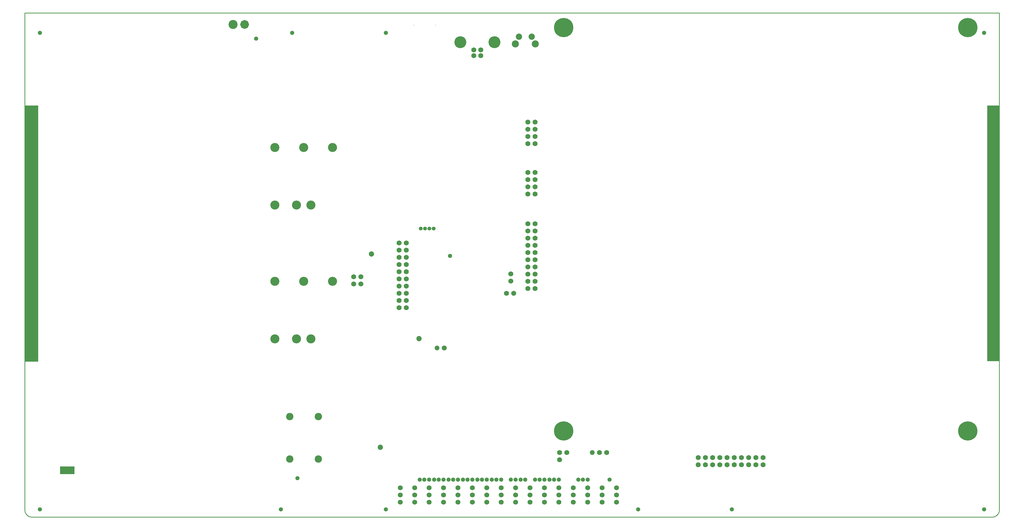
<source format=gbs>
%FSLAX24Y24*%
%MOIN*%
G70*
G01*
G75*
%ADD10C,0.0110*%
%ADD11C,0.0380*%
%ADD12C,0.0100*%
%ADD13R,0.0380X0.0380*%
%ADD14R,0.0600X0.0500*%
%ADD15R,0.0600X0.0600*%
%ADD16O,0.0630X0.0110*%
%ADD17O,0.0110X0.0630*%
%ADD18O,0.0630X0.0110*%
%ADD19R,0.0630X0.0110*%
%ADD20R,0.0500X0.0600*%
%ADD21R,0.0500X0.0650*%
%ADD22R,0.1614X0.0827*%
%ADD23R,0.0600X0.1000*%
%ADD24R,0.1250X0.0600*%
%ADD25R,0.0380X0.0425*%
%ADD26R,0.0709X0.1575*%
%ADD27C,0.0400*%
%ADD28R,0.1378X0.0709*%
%ADD29R,0.0709X0.1378*%
%ADD30R,0.0800X0.0800*%
%ADD31O,0.0846X0.0138*%
%ADD32R,0.0846X0.0138*%
%ADD33R,0.1181X0.1575*%
%ADD34R,0.0600X0.1250*%
%ADD35R,0.0900X0.1200*%
%ADD36R,0.0236X0.0433*%
%ADD37R,0.0906X0.0945*%
%ADD38C,0.0600*%
%ADD39C,0.0400*%
%ADD40C,0.0110*%
%ADD41C,0.0250*%
%ADD42C,0.0500*%
%ADD43C,0.0200*%
%ADD44C,0.0150*%
%ADD45C,0.0300*%
%ADD46C,0.0120*%
%ADD47C,0.1000*%
%ADD48C,0.0370*%
%ADD49C,0.0130*%
%ADD50C,0.0390*%
%ADD51C,0.0290*%
%ADD52C,0.0140*%
%ADD53C,0.0180*%
%ADD54C,0.0800*%
%ADD55R,0.5050X0.4500*%
%ADD56R,0.5050X0.4550*%
%ADD57R,0.5200X0.4550*%
%ADD58R,0.5050X0.9550*%
%ADD59C,0.0620*%
%ADD60C,0.0500*%
%ADD61C,0.0600*%
%ADD62C,0.1181*%
%ADD63P,0.1181X8X0*%
%ADD64C,0.0650*%
%ADD65C,0.2600*%
%ADD66C,0.0945*%
%ADD67C,0.0787*%
%ADD68C,0.0906*%
%ADD69P,0.0620X8X0*%
%ADD70C,0.1575*%
%ADD71C,0.0450*%
%ADD72C,0.0080*%
%ADD73C,0.0098*%
%ADD74C,0.0060*%
%ADD75C,0.0079*%
%ADD76C,0.0090*%
%ADD77C,0.0160*%
%ADD78R,0.0300X0.0500*%
%ADD79R,0.1500X0.0500*%
%ADD80R,0.0430X0.3100*%
%ADD81R,0.0130X0.0360*%
%ADD82C,0.0075*%
%ADD83C,0.0045*%
%ADD84C,0.0030*%
%ADD85R,0.0520X0.3010*%
%ADD86R,0.2970X0.0520*%
%ADD87R,0.0520X0.2970*%
%ADD88R,0.2960X0.0520*%
%ADD89R,0.0520X0.6940*%
%ADD90R,0.6930X0.0530*%
%ADD91R,0.0520X0.6930*%
%ADD92R,0.1300X0.1300*%
%ADD93R,0.2026X0.1063*%
%ADD94R,0.1675X3.5550*%
%ADD95R,0.1850X3.5600*%
%ADD96R,0.0450X0.0150*%
%ADD97R,0.0090X0.0150*%
%ADD98R,0.0129X0.0930*%
%ADD99R,0.0039X0.0108*%
%ADD100R,0.0460X0.0460*%
%ADD101R,0.0680X0.0580*%
%ADD102R,0.0680X0.0680*%
%ADD103O,0.0710X0.0190*%
%ADD104O,0.0190X0.0710*%
%ADD105O,0.0710X0.0190*%
%ADD106R,0.0710X0.0190*%
%ADD107R,0.0580X0.0680*%
%ADD108R,0.0580X0.0730*%
%ADD109R,0.1694X0.0907*%
%ADD110R,0.0680X0.1080*%
%ADD111R,0.1330X0.0680*%
%ADD112R,0.0460X0.0505*%
%ADD113R,0.0789X0.1655*%
%ADD114C,0.0800*%
%ADD115R,0.1458X0.0789*%
%ADD116R,0.0789X0.1458*%
%ADD117R,0.0880X0.0880*%
%ADD118O,0.0926X0.0218*%
%ADD119R,0.0926X0.0218*%
%ADD120R,0.1261X0.1655*%
%ADD121R,0.0680X0.1330*%
%ADD122R,0.0980X0.1280*%
%ADD123R,0.0316X0.0513*%
%ADD124R,0.0986X0.1025*%
%ADD125C,0.0700*%
%ADD126C,0.0580*%
%ADD127C,0.0680*%
%ADD128C,0.1261*%
%ADD129P,0.1261X8X0*%
%ADD130C,0.0730*%
%ADD131C,0.2680*%
%ADD132C,0.1025*%
%ADD133C,0.0080*%
%ADD134C,0.0867*%
%ADD135C,0.0986*%
%ADD136P,0.0700X8X0*%
%ADD137C,0.1655*%
%ADD138C,0.0480*%
%ADD139C,0.0530*%
D12*
X165550Y41981D02*
X165648Y41986D01*
X165745Y42000D01*
X165840Y42024D01*
X165933Y42057D01*
X166021Y42099D01*
X166106Y42149D01*
X166184Y42208D01*
X166257Y42274D01*
X166323Y42346D01*
X166381Y42425D01*
X166432Y42509D01*
X166474Y42598D01*
X166507Y42690D01*
X166531Y42786D01*
X166545Y42883D01*
X166550Y42981D01*
X31350D02*
X31355Y42883D01*
X31369Y42786D01*
X31393Y42690D01*
X31426Y42598D01*
X31468Y42509D01*
X31519Y42425D01*
X31577Y42346D01*
X31643Y42274D01*
X31716Y42208D01*
X31794Y42149D01*
X31879Y42099D01*
X31967Y42057D01*
X32060Y42024D01*
X32155Y42000D01*
X32252Y41986D01*
X32350Y41981D01*
X165550D01*
X31350Y112031D02*
X166550D01*
X31350Y42981D02*
Y112031D01*
X166550Y42981D02*
Y112031D01*
D93*
X37267Y48467D02*
D03*
D94*
X165713Y81406D02*
D03*
D95*
X32275Y81381D02*
D03*
D125*
X98800Y75781D02*
D03*
Y74781D02*
D03*
X99200Y73081D02*
D03*
X98200D02*
D03*
X106550Y50931D02*
D03*
X105550D02*
D03*
X101150Y82731D02*
D03*
X102150D02*
D03*
X101150Y81731D02*
D03*
X102150D02*
D03*
X101150Y80731D02*
D03*
X102150D02*
D03*
X101150Y79731D02*
D03*
X102150D02*
D03*
X101150Y78731D02*
D03*
X102150D02*
D03*
Y77731D02*
D03*
X101150Y76731D02*
D03*
X102150D02*
D03*
X101150Y75731D02*
D03*
X102150D02*
D03*
X101150Y74731D02*
D03*
X102150D02*
D03*
X101150Y73731D02*
D03*
X102150D02*
D03*
X84300Y71081D02*
D03*
X83300D02*
D03*
X84300Y72081D02*
D03*
X83300D02*
D03*
X84300Y73081D02*
D03*
X83300D02*
D03*
X84300Y74081D02*
D03*
X83300D02*
D03*
X84300Y75081D02*
D03*
X83300D02*
D03*
X84300Y76081D02*
D03*
X83300D02*
D03*
X84300Y77081D02*
D03*
X83300D02*
D03*
X84300Y78081D02*
D03*
X83300D02*
D03*
X84300Y79081D02*
D03*
X83300D02*
D03*
X84300Y80081D02*
D03*
X83300D02*
D03*
X124800Y49231D02*
D03*
Y50231D02*
D03*
X125800Y49231D02*
D03*
Y50231D02*
D03*
X126800Y49231D02*
D03*
Y50231D02*
D03*
X127800Y49231D02*
D03*
Y50231D02*
D03*
X128800Y49231D02*
D03*
Y50231D02*
D03*
X129800Y49231D02*
D03*
Y50231D02*
D03*
X130800Y49231D02*
D03*
X132800D02*
D03*
X133800Y50231D02*
D03*
X78000Y74381D02*
D03*
Y75381D02*
D03*
X89550Y65481D02*
D03*
X111100Y50931D02*
D03*
X112100D02*
D03*
X101150Y77731D02*
D03*
Y96881D02*
D03*
X102150D02*
D03*
X101150Y95881D02*
D03*
X102150D02*
D03*
X101150Y94881D02*
D03*
X102150D02*
D03*
X101150Y93881D02*
D03*
X102150D02*
D03*
X101150Y89881D02*
D03*
X102150D02*
D03*
X101150Y88881D02*
D03*
X102150D02*
D03*
X101150Y87881D02*
D03*
X102150D02*
D03*
X101150Y86881D02*
D03*
X102150D02*
D03*
X131800Y49231D02*
D03*
X133800D02*
D03*
X130800Y50231D02*
D03*
X131800D02*
D03*
X132800D02*
D03*
X105550Y49931D02*
D03*
X93647Y106120D02*
D03*
X94631Y106908D02*
D03*
Y106120D02*
D03*
X93647Y106908D02*
D03*
X77000Y74381D02*
D03*
Y75381D02*
D03*
D126*
X81450Y43031D02*
D03*
X116450D02*
D03*
X81450Y109281D02*
D03*
X164450D02*
D03*
X68450D02*
D03*
X33450D02*
D03*
X129450Y43031D02*
D03*
X164450D02*
D03*
X66900Y43051D02*
D03*
X33450Y43031D02*
D03*
X63450Y108481D02*
D03*
X103450Y47181D02*
D03*
X109450D02*
D03*
X96800D02*
D03*
X108800D02*
D03*
X108150D02*
D03*
X112500D02*
D03*
X32700Y97781D02*
D03*
Y96281D02*
D03*
Y94781D02*
D03*
Y93281D02*
D03*
Y91781D02*
D03*
Y90281D02*
D03*
Y88781D02*
D03*
Y87281D02*
D03*
Y85781D02*
D03*
Y84281D02*
D03*
Y82781D02*
D03*
Y81281D02*
D03*
Y79781D02*
D03*
Y78281D02*
D03*
Y76781D02*
D03*
Y75281D02*
D03*
Y73781D02*
D03*
Y72281D02*
D03*
Y70781D02*
D03*
Y69281D02*
D03*
Y67781D02*
D03*
Y66281D02*
D03*
Y64781D02*
D03*
X165200Y97781D02*
D03*
Y96281D02*
D03*
Y94781D02*
D03*
Y93281D02*
D03*
Y91781D02*
D03*
Y90281D02*
D03*
Y88781D02*
D03*
Y87281D02*
D03*
Y85781D02*
D03*
Y84281D02*
D03*
Y82781D02*
D03*
Y81281D02*
D03*
Y79781D02*
D03*
Y78281D02*
D03*
Y76781D02*
D03*
Y75281D02*
D03*
Y73781D02*
D03*
Y72281D02*
D03*
Y70781D02*
D03*
Y69281D02*
D03*
Y67781D02*
D03*
Y66281D02*
D03*
Y64781D02*
D03*
X69200Y47381D02*
D03*
X89450Y47181D02*
D03*
X88800D02*
D03*
X88150D02*
D03*
X86150D02*
D03*
X90150D02*
D03*
X90800D02*
D03*
X91450D02*
D03*
X95450D02*
D03*
X94800D02*
D03*
X94150D02*
D03*
X93450D02*
D03*
X92800D02*
D03*
X92150D02*
D03*
X96150D02*
D03*
X97450D02*
D03*
X98800D02*
D03*
X99450D02*
D03*
X100150D02*
D03*
X100800D02*
D03*
X102150D02*
D03*
X102800D02*
D03*
X104150D02*
D03*
X104800D02*
D03*
X105450D02*
D03*
X86800D02*
D03*
X87450D02*
D03*
X90350Y78281D02*
D03*
D127*
X91450Y45031D02*
D03*
X93450D02*
D03*
X91450Y46031D02*
D03*
X93450D02*
D03*
X95450Y45031D02*
D03*
Y46031D02*
D03*
X97450D02*
D03*
X99450D02*
D03*
X101450D02*
D03*
X103450D02*
D03*
X99450Y45031D02*
D03*
X101450D02*
D03*
X103450D02*
D03*
X105450D02*
D03*
X107450D02*
D03*
X105450Y46031D02*
D03*
X107450D02*
D03*
X111450D02*
D03*
Y45031D02*
D03*
X113450Y46031D02*
D03*
Y45031D02*
D03*
X87450Y46031D02*
D03*
X89450D02*
D03*
Y45031D02*
D03*
X87450D02*
D03*
X85450Y46031D02*
D03*
Y45031D02*
D03*
X83450Y46031D02*
D03*
Y45031D02*
D03*
Y44031D02*
D03*
X85450D02*
D03*
X87450D02*
D03*
X89450D02*
D03*
X91450D02*
D03*
X93450D02*
D03*
X95450D02*
D03*
X97450D02*
D03*
X99450D02*
D03*
X101450D02*
D03*
X103450D02*
D03*
X105450D02*
D03*
X107450D02*
D03*
X111450D02*
D03*
X113450D02*
D03*
X109450D02*
D03*
Y45031D02*
D03*
X97450D02*
D03*
X109450Y46031D02*
D03*
D128*
X60247Y110431D02*
D03*
X66050Y85331D02*
D03*
X69050D02*
D03*
X71050D02*
D03*
X74050Y93331D02*
D03*
X66050D02*
D03*
X70050D02*
D03*
X66050Y66731D02*
D03*
X69050D02*
D03*
X71050D02*
D03*
X74050Y74731D02*
D03*
X66050D02*
D03*
X70050D02*
D03*
D129*
X61853Y110431D02*
D03*
D130*
X86050Y66781D02*
D03*
X80700Y51681D02*
D03*
X79450Y78531D02*
D03*
D131*
X106120Y110011D02*
D03*
X162180D02*
D03*
Y53951D02*
D03*
X106120D02*
D03*
D132*
X68131Y50028D02*
D03*
X72069D02*
D03*
X68131Y55933D02*
D03*
X72069D02*
D03*
D133*
X85350Y110331D02*
D03*
X88350D02*
D03*
D134*
X99914Y108732D02*
D03*
X101686D02*
D03*
D135*
X102178Y107748D02*
D03*
X99422D02*
D03*
D136*
X88550Y65481D02*
D03*
X110100Y50931D02*
D03*
D137*
X91769Y107975D02*
D03*
X96509D02*
D03*
D138*
X105350Y110781D02*
D03*
X106890Y109241D02*
D03*
Y110781D02*
D03*
X105020Y110011D02*
D03*
X106120Y111111D02*
D03*
X107220Y110011D02*
D03*
X106120Y108911D02*
D03*
X105350Y109241D02*
D03*
X161410Y110781D02*
D03*
X162950Y109241D02*
D03*
Y110781D02*
D03*
X161080Y110011D02*
D03*
X162180Y111111D02*
D03*
X163280Y110011D02*
D03*
X162180Y108911D02*
D03*
X161410Y109241D02*
D03*
Y54721D02*
D03*
X162950Y53181D02*
D03*
Y54721D02*
D03*
X161080Y53951D02*
D03*
X162180Y55051D02*
D03*
X163280Y53951D02*
D03*
X162180Y52851D02*
D03*
X161410Y53181D02*
D03*
X105350Y54721D02*
D03*
X106890Y53181D02*
D03*
Y54721D02*
D03*
X105020Y53951D02*
D03*
X106120Y55051D02*
D03*
X107220Y53951D02*
D03*
X106120Y52851D02*
D03*
X105350Y53181D02*
D03*
D139*
X86300Y82081D02*
D03*
X86900D02*
D03*
X87500D02*
D03*
X88100D02*
D03*
M02*

</source>
